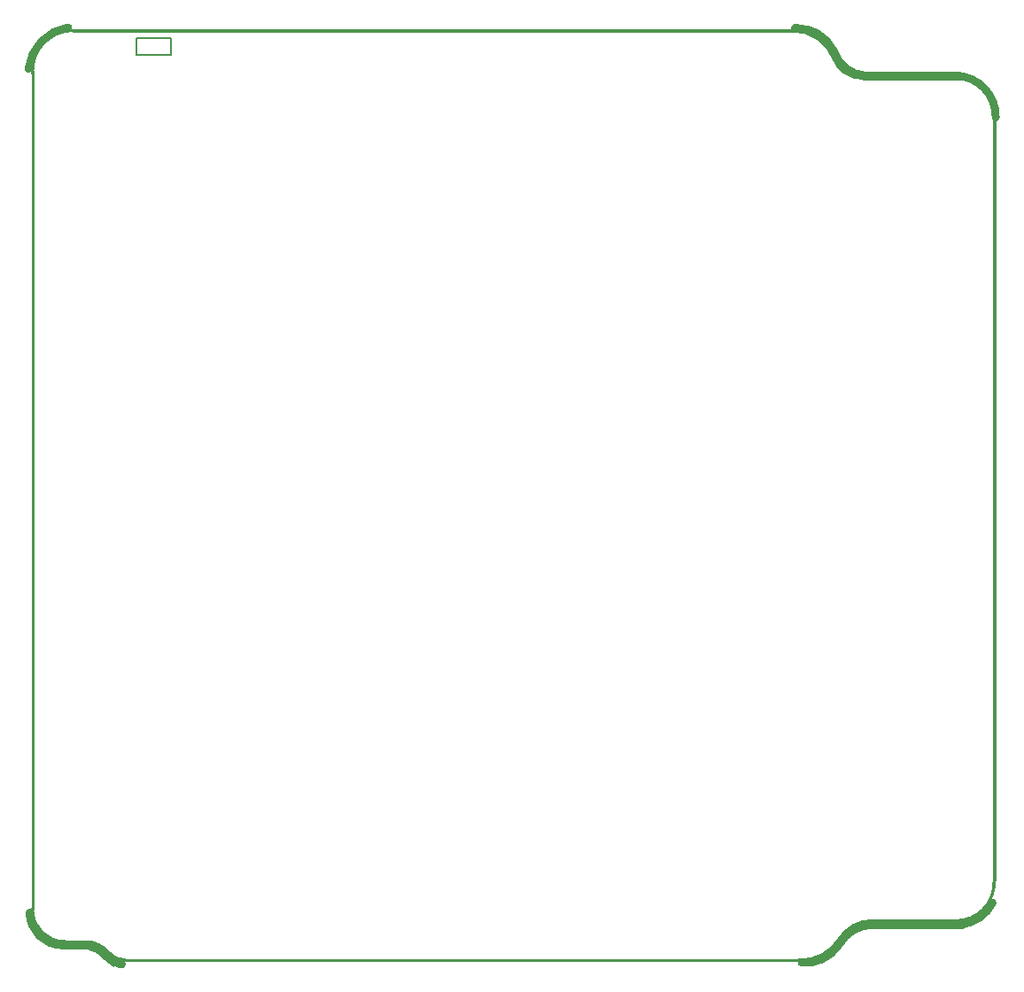
<source format=gko>
G04*
G04 #@! TF.GenerationSoftware,Altium Limited,Altium Designer,18.1.7 (191)*
G04*
G04 Layer_Color=16711935*
%FSLAX25Y25*%
%MOIN*%
G70*
G01*
G75*
%ADD10C,0.01000*%
%ADD16C,0.00787*%
%ADD119C,0.03000*%
D10*
X276597Y672489D02*
G03*
X261646Y656932I303J-15254D01*
G01*
X290890Y324854D02*
G03*
X283185Y329480I-9648J-7340D01*
G01*
X261630Y341685D02*
G03*
X274031Y329480I12303J98D01*
G01*
X550457Y322678D02*
G03*
X564903Y330081I1333J15195D01*
G01*
X576653Y337354D02*
G03*
X564903Y330081I1070J-14856D01*
G01*
X610430Y337365D02*
G03*
X623535Y352792I-1579J14621D01*
G01*
X623343Y641705D02*
G03*
X611138Y654480I-12490J285D01*
G01*
X290890Y324854D02*
G03*
X295980Y322574I5012J4367D01*
G01*
X563097Y661806D02*
G03*
X573853Y654480I10806J4307D01*
G01*
X563183Y661511D02*
G03*
X547433Y672377I-15489J-5603D01*
G01*
X261630Y341685D02*
Y657235D01*
X276689Y672492D02*
X547694D01*
X274031Y329480D02*
X283185D01*
X576653Y337354D02*
X610567D01*
X573903Y654480D02*
X611138D01*
X623551Y352787D02*
Y641794D01*
X295980Y322574D02*
X553268D01*
X276626Y672654D02*
G03*
X261531Y656264I435J-15546D01*
G01*
X561803Y665073D02*
G03*
X550626Y672654I-11018J-4215D01*
G01*
X563022Y661886D02*
G03*
X573076Y654642I10532J4019D01*
G01*
X623365Y641708D02*
G03*
X610925Y654642I-12687J247D01*
G01*
X609075Y337545D02*
G03*
X623365Y351914I30J14260D01*
G01*
X577417Y337545D02*
G03*
X565059Y330674I31J-14604D01*
G01*
X550000Y322736D02*
G03*
X565059Y330674I661J17000D01*
G01*
X290174Y325762D02*
G03*
X296457Y322736I6097J4625D01*
G01*
X290271Y325688D02*
G03*
X281693Y329653I-8805J-7785D01*
G01*
X261532Y341993D02*
G03*
X274182Y329653I12282J-63D01*
G01*
X561803Y665073D02*
X563022Y661886D01*
X276626Y672654D02*
X550785D01*
X573076Y654642D02*
X577020D01*
X610925D01*
X623365Y351914D02*
Y641708D01*
X577417Y337545D02*
X609105D01*
X296457Y322736D02*
X550000D01*
X274182Y329653D02*
X281693D01*
X261531Y656264D02*
X261532Y341993D01*
D16*
X313681Y663240D02*
Y669539D01*
X300689Y663240D02*
Y669539D01*
X313681D01*
X300689Y663240D02*
X313681D01*
D119*
X563040Y664922D02*
G03*
X548583Y673504I-13889J-6929D01*
G01*
X563159Y664795D02*
G03*
X574921Y655543I12705J4049D01*
G01*
X624061Y639820D02*
G03*
X609082Y655500I-15329J350D01*
G01*
X611221Y336142D02*
G03*
X622853Y344302I-1578J14621D01*
G01*
X576947Y335935D02*
G03*
X565197Y328661I1070J-14856D01*
G01*
X551037Y321689D02*
G03*
X564764Y327992I1333J15195D01*
G01*
X289772Y323642D02*
G03*
X282067Y328268I-9648J-7340D01*
G01*
X290107Y323343D02*
G03*
X295197Y321063I5012J4367D01*
G01*
X260512Y340473D02*
G03*
X272913Y328268I12303J98D01*
G01*
X274991Y673667D02*
G03*
X260039Y658110I2889J-17740D01*
G01*
X574921Y655543D02*
X610346D01*
X577307Y336142D02*
X611221D01*
X272913Y328268D02*
X282067D01*
M02*

</source>
